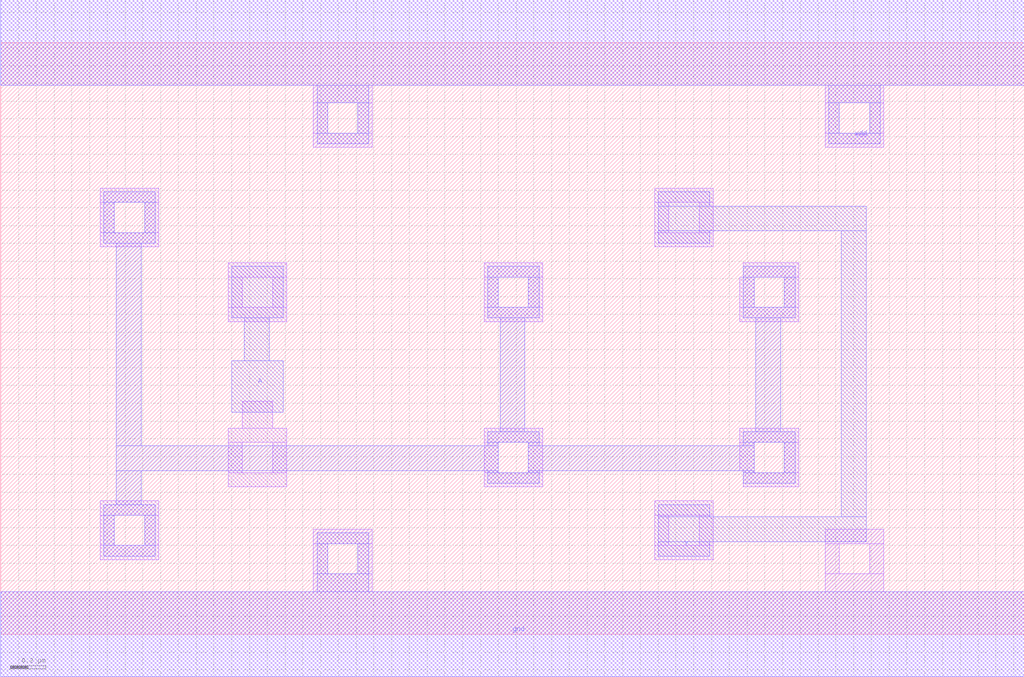
<source format=lef>
VERSION 5.7 ;
  NOWIREEXTENSIONATPIN ON ;
  DIVIDERCHAR "/" ;
  BUSBITCHARS "[]" ;
MACRO BUFX4
  CLASS CORE ;
  FOREIGN BUFX4 ;
  ORIGIN 0.000 0.000 ;
  SIZE 5.760 BY 3.330 ;
  SYMMETRY X Y R90 ;
  SITE unit ;
  PIN vdd
    DIRECTION INOUT ;
    USE POWER ;
    SHAPE ABUTMENT ;
    PORT
      LAYER met1 ;
        RECT 0.000 3.090 5.760 3.570 ;
        RECT 1.780 2.990 2.070 3.090 ;
        RECT 1.780 2.820 1.840 2.990 ;
        RECT 2.010 2.820 2.070 2.990 ;
        RECT 1.780 2.760 2.070 2.820 ;
        RECT 4.660 2.990 4.950 3.090 ;
        RECT 4.660 2.820 4.720 2.990 ;
        RECT 4.890 2.820 4.950 2.990 ;
        RECT 4.660 2.760 4.950 2.820 ;
    END
    PORT
      LAYER li1 ;
        RECT 0.000 3.090 5.760 3.570 ;
        RECT 1.760 2.990 2.090 3.090 ;
        RECT 1.760 2.820 1.840 2.990 ;
        RECT 2.010 2.820 2.090 2.990 ;
        RECT 1.760 2.740 2.090 2.820 ;
        RECT 4.640 2.990 4.970 3.090 ;
        RECT 4.640 2.820 4.720 2.990 ;
        RECT 4.890 2.820 4.970 2.990 ;
        RECT 4.640 2.740 4.970 2.820 ;
    END
  END vdd
  PIN gnd
    DIRECTION INOUT ;
    USE GROUND ;
    SHAPE ABUTMENT ;
    PORT
      LAYER met1 ;
        RECT 1.780 0.510 2.070 0.570 ;
        RECT 1.780 0.340 1.840 0.510 ;
        RECT 2.010 0.340 2.070 0.510 ;
        RECT 1.780 0.240 2.070 0.340 ;
        RECT 0.000 -0.240 5.760 0.240 ;
    END
    PORT
      LAYER li1 ;
        RECT 1.760 0.510 2.090 0.590 ;
        RECT 1.760 0.340 1.840 0.510 ;
        RECT 2.010 0.340 2.090 0.510 ;
        RECT 1.760 0.240 2.090 0.340 ;
        RECT 4.640 0.510 4.970 0.590 ;
        RECT 4.640 0.340 4.720 0.510 ;
        RECT 4.890 0.340 4.970 0.510 ;
        RECT 4.640 0.240 4.970 0.340 ;
        RECT 0.000 -0.240 5.760 0.240 ;
    END
  END gnd
  PIN Y
    DIRECTION INOUT ;
    USE SIGNAL ;
    SHAPE ABUTMENT ;
    PORT
      LAYER met1 ;
        RECT 3.700 2.410 3.990 2.490 ;
        RECT 3.700 2.270 4.870 2.410 ;
        RECT 3.700 2.200 3.990 2.270 ;
        RECT 3.700 0.660 3.990 0.730 ;
        RECT 4.730 0.660 4.870 2.270 ;
        RECT 3.700 0.520 4.870 0.660 ;
        RECT 3.700 0.440 3.990 0.520 ;
    END
  END Y
  PIN A
    DIRECTION INOUT ;
    USE SIGNAL ;
    SHAPE ABUTMENT ;
    PORT
      LAYER met1 ;
        RECT 1.300 1.780 1.590 2.070 ;
        RECT 1.370 1.540 1.510 1.780 ;
        RECT 1.300 1.250 1.590 1.540 ;
    END
  END A
  OBS
      LAYER li1 ;
        RECT 0.560 2.430 0.890 2.510 ;
        RECT 0.560 2.260 0.640 2.430 ;
        RECT 0.810 2.260 0.890 2.430 ;
        RECT 0.560 2.180 0.890 2.260 ;
        RECT 3.680 2.430 4.010 2.510 ;
        RECT 3.680 2.260 3.760 2.430 ;
        RECT 3.930 2.260 4.010 2.430 ;
        RECT 3.680 2.180 4.010 2.260 ;
        RECT 1.280 2.010 1.610 2.090 ;
        RECT 1.280 1.840 1.360 2.010 ;
        RECT 1.530 1.840 1.610 2.010 ;
        RECT 1.280 1.760 1.610 1.840 ;
        RECT 2.720 2.010 3.050 2.090 ;
        RECT 4.180 2.010 4.490 2.090 ;
        RECT 2.720 1.840 2.800 2.010 ;
        RECT 2.970 1.840 3.050 2.010 ;
        RECT 2.720 1.760 3.050 1.840 ;
        RECT 4.160 1.840 4.240 2.010 ;
        RECT 4.410 1.840 4.490 2.010 ;
        RECT 4.160 1.760 4.490 1.840 ;
        RECT 1.360 1.160 1.530 1.310 ;
        RECT 1.280 1.080 1.610 1.160 ;
        RECT 1.280 0.910 1.360 1.080 ;
        RECT 1.530 0.910 1.610 1.080 ;
        RECT 1.280 0.830 1.610 0.910 ;
        RECT 2.720 1.080 3.050 1.160 ;
        RECT 2.720 0.910 2.800 1.080 ;
        RECT 2.970 0.910 3.050 1.080 ;
        RECT 4.160 1.080 4.490 1.160 ;
        RECT 4.160 0.920 4.240 1.080 ;
        RECT 2.720 0.830 3.050 0.910 ;
        RECT 4.180 0.910 4.240 0.920 ;
        RECT 4.410 0.910 4.490 1.080 ;
        RECT 4.180 0.830 4.490 0.910 ;
        RECT 0.560 0.670 0.890 0.750 ;
        RECT 0.560 0.500 0.640 0.670 ;
        RECT 0.810 0.500 0.890 0.670 ;
        RECT 0.560 0.420 0.890 0.500 ;
        RECT 3.680 0.670 4.010 0.750 ;
        RECT 3.680 0.500 3.760 0.670 ;
        RECT 3.930 0.500 4.010 0.670 ;
        RECT 3.680 0.420 4.010 0.500 ;
      LAYER met1 ;
        RECT 0.580 2.430 0.870 2.490 ;
        RECT 0.580 2.260 0.640 2.430 ;
        RECT 0.810 2.260 0.870 2.430 ;
        RECT 0.580 2.200 0.870 2.260 ;
        RECT 0.650 1.060 0.790 2.200 ;
        RECT 2.740 2.010 3.030 2.070 ;
        RECT 2.740 1.840 2.800 2.010 ;
        RECT 2.970 1.840 3.030 2.010 ;
        RECT 2.740 1.780 3.030 1.840 ;
        RECT 4.180 2.010 4.470 2.070 ;
        RECT 4.180 1.840 4.240 2.010 ;
        RECT 4.410 1.840 4.470 2.010 ;
        RECT 4.180 1.780 4.470 1.840 ;
        RECT 2.810 1.140 2.950 1.780 ;
        RECT 4.250 1.140 4.390 1.780 ;
        RECT 2.740 1.080 3.030 1.140 ;
        RECT 2.740 1.060 2.800 1.080 ;
        RECT 0.650 0.920 2.800 1.060 ;
        RECT 0.650 0.730 0.790 0.920 ;
        RECT 2.740 0.910 2.800 0.920 ;
        RECT 2.970 1.060 3.030 1.080 ;
        RECT 4.180 1.080 4.470 1.140 ;
        RECT 4.180 1.060 4.240 1.080 ;
        RECT 2.970 0.920 4.240 1.060 ;
        RECT 2.970 0.910 3.030 0.920 ;
        RECT 2.740 0.850 3.030 0.910 ;
        RECT 4.180 0.910 4.240 0.920 ;
        RECT 4.410 0.910 4.470 1.080 ;
        RECT 4.180 0.850 4.470 0.910 ;
        RECT 0.580 0.670 0.870 0.730 ;
        RECT 0.580 0.500 0.640 0.670 ;
        RECT 0.810 0.500 0.870 0.670 ;
        RECT 0.580 0.440 0.870 0.500 ;
  END
END BUFX4
END LIBRARY


</source>
